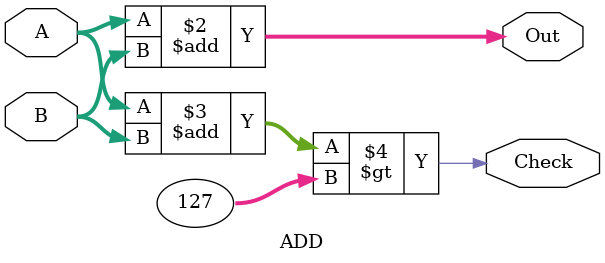
<source format=v>
module ADD(A, B, Out, Check);
	input [7:0] A;
	input [7:0] B;
	
	output [7:0] Out;
	output Check;
	
	reg Out;
	reg Check;
	
	always @(*) begin
		Out = A + B; // add
		Check = A + B > 127; // check for overflow
	end
endmodule
</source>
